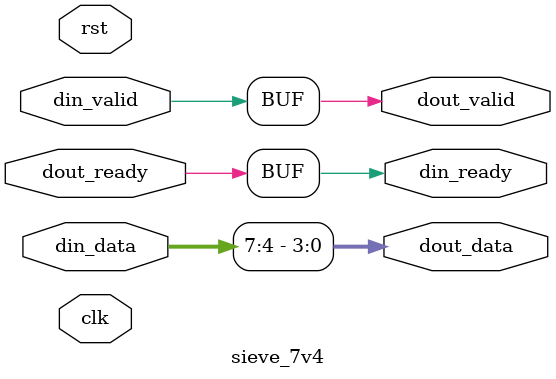
<source format=v>
module sieve_7v4
  (
   input             clk,
   input             rst,
   output wire       din_ready,
   input wire        din_valid,
   input wire [7:0]  din_data,
   input wire        dout_ready,
   output wire       dout_valid,
   output wire [3:0] dout_data

   );

   assign dout_data = {din_data[7:4]};

   assign dout_valid = din_valid;
   assign din_ready  = dout_ready;

endmodule

</source>
